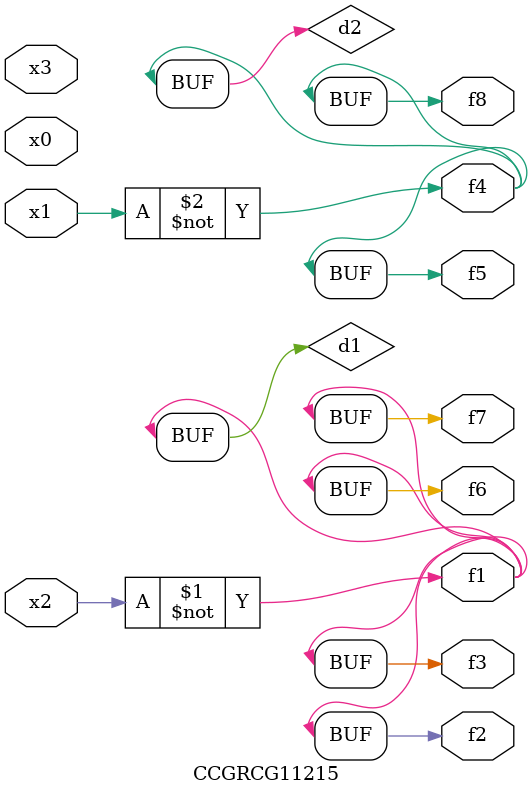
<source format=v>
module CCGRCG11215(
	input x0, x1, x2, x3,
	output f1, f2, f3, f4, f5, f6, f7, f8
);

	wire d1, d2;

	xnor (d1, x2);
	not (d2, x1);
	assign f1 = d1;
	assign f2 = d1;
	assign f3 = d1;
	assign f4 = d2;
	assign f5 = d2;
	assign f6 = d1;
	assign f7 = d1;
	assign f8 = d2;
endmodule

</source>
